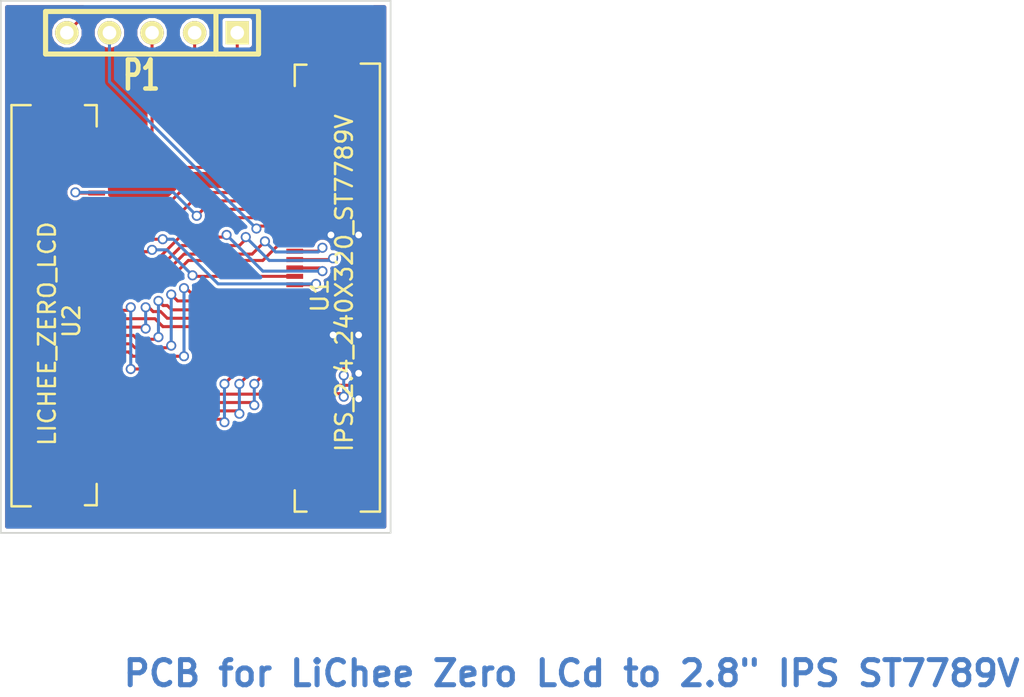
<source format=kicad_pcb>
(kicad_pcb (version 3) (host pcbnew "(22-Jun-2014 BZR 4027)-stable")

  (general
    (links 45)
    (no_connects 0)
    (area 301.574999 237.312999 362.489569 278.695)
    (thickness 1.6)
    (drawings 5)
    (tracks 251)
    (zones 0)
    (modules 3)
    (nets 28)
  )

  (page A3)
  (layers
    (15 F.Cu signal)
    (0 B.Cu signal)
    (16 B.Adhes user)
    (17 F.Adhes user)
    (18 B.Paste user)
    (19 F.Paste user)
    (20 B.SilkS user)
    (21 F.SilkS user)
    (22 B.Mask user)
    (23 F.Mask user)
    (24 Dwgs.User user)
    (25 Cmts.User user)
    (26 Eco1.User user)
    (27 Eco2.User user)
    (28 Edge.Cuts user)
  )

  (setup
    (last_trace_width 0.18)
    (trace_clearance 0.18)
    (zone_clearance 0.18)
    (zone_45_only no)
    (trace_min 0.18)
    (segment_width 0.2)
    (edge_width 0.1)
    (via_size 0.6)
    (via_drill 0.4)
    (via_min_size 0.6)
    (via_min_drill 0.4)
    (uvia_size 0.6)
    (uvia_drill 0.4)
    (uvias_allowed no)
    (uvia_min_size 0.6)
    (uvia_min_drill 0.4)
    (pcb_text_width 0.3)
    (pcb_text_size 1.5 1.5)
    (mod_edge_width 0.15)
    (mod_text_size 1 1)
    (mod_text_width 0.15)
    (pad_size 2 3)
    (pad_drill 0)
    (pad_to_mask_clearance 0)
    (aux_axis_origin 0 0)
    (visible_elements FFFFFFBF)
    (pcbplotparams
      (layerselection 536838145)
      (usegerberextensions true)
      (excludeedgelayer true)
      (linewidth 0.150000)
      (plotframeref false)
      (viasonmask false)
      (mode 1)
      (useauxorigin false)
      (hpglpennumber 1)
      (hpglpenspeed 20)
      (hpglpendiameter 15)
      (hpglpenoverlay 2)
      (psnegative false)
      (psa4output false)
      (plotreference true)
      (plotvalue true)
      (plotothertext true)
      (plotinvisibletext false)
      (padsonsilk false)
      (subtractmaskfromsilk false)
      (outputformat 1)
      (mirror false)
      (drillshape 0)
      (scaleselection 1)
      (outputdirectory gerber_20180627))
  )

  (net 0 "")
  (net 1 CS)
  (net 2 DB0)
  (net 3 DB1)
  (net 4 DB10)
  (net 5 DB11)
  (net 6 DB12)
  (net 7 DB13)
  (net 8 DB14)
  (net 9 DB15)
  (net 10 DB2)
  (net 11 DB3)
  (net 12 DB4)
  (net 13 DB5)
  (net 14 DB6)
  (net 15 DB7)
  (net 16 DB8)
  (net 17 DB9)
  (net 18 DEN)
  (net 19 GND)
  (net 20 HSYNC)
  (net 21 PCLK)
  (net 22 RESET)
  (net 23 SCL)
  (net 24 SDI)
  (net 25 SDO)
  (net 26 VCC)
  (net 27 VSYNC)

  (net_class Default "This is the default net class."
    (clearance 0.18)
    (trace_width 0.18)
    (via_dia 0.6)
    (via_drill 0.4)
    (uvia_dia 0.6)
    (uvia_drill 0.4)
    (add_net "")
    (add_net CS)
    (add_net DB0)
    (add_net DB1)
    (add_net DB10)
    (add_net DB11)
    (add_net DB12)
    (add_net DB13)
    (add_net DB14)
    (add_net DB15)
    (add_net DB2)
    (add_net DB3)
    (add_net DB4)
    (add_net DB5)
    (add_net DB6)
    (add_net DB7)
    (add_net DB8)
    (add_net DB9)
    (add_net DEN)
    (add_net GND)
    (add_net HSYNC)
    (add_net PCLK)
    (add_net RESET)
    (add_net SCL)
    (add_net SDI)
    (add_net SDO)
    (add_net VCC)
    (add_net VSYNC)
  )

  (module SIL-5 (layer F.Cu) (tedit 200000) (tstamp 5B34A9CA)
    (at 309.372 239.268 180)
    (descr "Connecteur 5 pins")
    (tags "CONN DEV")
    (path /5B34A6DA)
    (fp_text reference P1 (at -0.635 -2.54 180) (layer F.SilkS)
      (effects (font (size 1.72974 1.08712) (thickness 0.3048)))
    )
    (fp_text value CONN_01X05 (at 0 -2.54 180) (layer F.SilkS) hide
      (effects (font (size 1.524 1.016) (thickness 0.3048)))
    )
    (fp_line (start -7.62 1.27) (end -7.62 -1.27) (layer F.SilkS) (width 0.3048))
    (fp_line (start -7.62 -1.27) (end 5.08 -1.27) (layer F.SilkS) (width 0.3048))
    (fp_line (start 5.08 -1.27) (end 5.08 1.27) (layer F.SilkS) (width 0.3048))
    (fp_line (start 5.08 1.27) (end -7.62 1.27) (layer F.SilkS) (width 0.3048))
    (fp_line (start -5.08 1.27) (end -5.08 -1.27) (layer F.SilkS) (width 0.3048))
    (pad 1 thru_hole rect (at -6.35 0 180) (size 1.397 1.397) (drill 0.8128)
      (layers *.Cu *.Mask F.SilkS)
      (net 22 RESET)
    )
    (pad 2 thru_hole circle (at -3.81 0 180) (size 1.397 1.397) (drill 0.8128)
      (layers *.Cu *.Mask F.SilkS)
      (net 1 CS)
    )
    (pad 3 thru_hole circle (at -1.27 0 180) (size 1.397 1.397) (drill 0.8128)
      (layers *.Cu *.Mask F.SilkS)
      (net 23 SCL)
    )
    (pad 4 thru_hole circle (at 1.27 0 180) (size 1.397 1.397) (drill 0.8128)
      (layers *.Cu *.Mask F.SilkS)
      (net 24 SDI)
    )
    (pad 5 thru_hole circle (at 3.81 0 180) (size 1.397 1.397) (drill 0.8128)
      (layers *.Cu *.Mask F.SilkS)
      (net 25 SDO)
    )
  )

  (module MyFT_FPC_45_0.5mm (layer F.Cu) (tedit 5A4A2FAC) (tstamp 5B34AA04)
    (at 319.151 265.303 90)
    (descr "FPC 45Pin 0.5mm")
    (tags "FPC 45Pin 0.5mm")
    (path /5B349960)
    (fp_text reference U1 (at 10.35 1.5 90) (layer F.SilkS)
      (effects (font (size 1 1) (thickness 0.15)))
    )
    (fp_text value IPS_2.4_240X320_ST7789V (at 11.1 2.95 90) (layer F.SilkS)
      (effects (font (size 1 1) (thickness 0.15)))
    )
    (fp_line (start -2.54 3.937) (end -2.54 5.08) (layer F.SilkS) (width 0.15))
    (fp_line (start -2.54 5.08) (end 24.1935 5.08) (layer F.SilkS) (width 0.15))
    (fp_line (start 24.1935 5.08) (end 24.1935 3.937) (layer F.SilkS) (width 0.15))
    (fp_line (start 24.13 0.7) (end 24.13 0) (layer F.SilkS) (width 0.15))
    (fp_line (start 24.13 0) (end 22.86 0) (layer F.SilkS) (width 0.15))
    (fp_line (start -1.27 0) (end -2.54 0) (layer F.SilkS) (width 0.15))
    (fp_line (start -2.54 0) (end -2.54 0.7) (layer F.SilkS) (width 0.15))
    (pad 45 smd trapezoid (at 0 0 90) (size 0.3 1)
      (layers F.Cu F.Paste F.Mask)
      (net 19 GND)
    )
    (pad 44 smd trapezoid (at 0.5 0 90) (size 0.3 1)
      (layers F.Cu F.Paste F.Mask)
      (net 19 GND)
    )
    (pad 43 smd trapezoid (at 1 0 90) (size 0.3 1)
      (layers F.Cu F.Paste F.Mask)
      (net 19 GND)
    )
    (pad 42 smd trapezoid (at 1.5 0 90) (size 0.3 1)
      (layers F.Cu F.Paste F.Mask)
      (net 19 GND)
    )
    (pad 41 smd trapezoid (at 2 0 90) (size 0.3 1)
      (layers F.Cu F.Paste F.Mask)
      (net 19 GND)
    )
    (pad 40 smd trapezoid (at 2.5 0 90) (size 0.3 1)
      (layers F.Cu F.Paste F.Mask)
      (net 19 GND)
    )
    (pad 39 smd trapezoid (at 3 0 90) (size 0.3 1)
      (layers F.Cu F.Paste F.Mask)
      (net 19 GND)
    )
    (pad 38 smd trapezoid (at 3.5 0 90) (size 0.3 1)
      (layers F.Cu F.Paste F.Mask)
      (net 19 GND)
    )
    (pad 37 smd trapezoid (at 4 0 90) (size 0.3 1)
      (layers F.Cu F.Paste F.Mask)
      (net 19 GND)
    )
    (pad 36 smd trapezoid (at 4.5 0 90) (size 0.3 1)
      (layers F.Cu F.Paste F.Mask)
      (net 26 VCC)
    )
    (pad 35 smd trapezoid (at 5 0 90) (size 0.3 1)
      (layers F.Cu F.Paste F.Mask)
      (net 25 SDO)
    )
    (pad 34 smd trapezoid (at 5.5 0 90) (size 0.3 1)
      (layers F.Cu F.Paste F.Mask)
      (net 9 DB15)
    )
    (pad 33 smd trapezoid (at 6 0 90) (size 0.3 1)
      (layers F.Cu F.Paste F.Mask)
      (net 8 DB14)
    )
    (pad 32 smd trapezoid (at 6.5 0 90) (size 0.3 1)
      (layers F.Cu F.Paste F.Mask)
      (net 7 DB13)
    )
    (pad 31 smd trapezoid (at 7 0 90) (size 0.3 1)
      (layers F.Cu F.Paste F.Mask)
      (net 6 DB12)
    )
    (pad 30 smd trapezoid (at 7.5 0 90) (size 0.3 1)
      (layers F.Cu F.Paste F.Mask)
      (net 5 DB11)
    )
    (pad 29 smd trapezoid (at 8 0 90) (size 0.3 1)
      (layers F.Cu F.Paste F.Mask)
      (net 19 GND)
    )
    (pad 28 smd trapezoid (at 8.5 0 90) (size 0.3 1)
      (layers F.Cu F.Paste F.Mask)
      (net 4 DB10)
    )
    (pad 27 smd trapezoid (at 9 0 90) (size 0.3 1)
      (layers F.Cu F.Paste F.Mask)
      (net 17 DB9)
    )
    (pad 26 smd trapezoid (at 9.5 0 90) (size 0.3 1)
      (layers F.Cu F.Paste F.Mask)
      (net 16 DB8)
    )
    (pad 25 smd trapezoid (at 10 0 90) (size 0.3 1)
      (layers F.Cu F.Paste F.Mask)
      (net 15 DB7)
    )
    (pad 24 smd trapezoid (at 10.5 0 90) (size 0.3 1)
      (layers F.Cu F.Paste F.Mask)
      (net 14 DB6)
    )
    (pad 23 smd trapezoid (at 11 0 90) (size 0.3 1)
      (layers F.Cu F.Paste F.Mask)
      (net 13 DB5)
    )
    (pad 22 smd trapezoid (at 11.5 0 90) (size 0.3 1)
      (layers F.Cu F.Paste F.Mask)
      (net 12 DB4)
    )
    (pad 21 smd trapezoid (at 12 0 90) (size 0.3 1)
      (layers F.Cu F.Paste F.Mask)
      (net 11 DB3)
    )
    (pad 20 smd trapezoid (at 12.5 0 90) (size 0.3 1)
      (layers F.Cu F.Paste F.Mask)
      (net 10 DB2)
    )
    (pad 19 smd trapezoid (at 13 0 90) (size 0.3 1)
      (layers F.Cu F.Paste F.Mask)
      (net 3 DB1)
    )
    (pad 18 smd trapezoid (at 13.5 0 90) (size 0.3 1)
      (layers F.Cu F.Paste F.Mask)
      (net 2 DB0)
    )
    (pad 17 smd trapezoid (at 14 0 90) (size 0.3 1)
      (layers F.Cu F.Paste F.Mask)
      (net 19 GND)
    )
    (pad 16 smd trapezoid (at 14.5 0 90) (size 0.3 1)
      (layers F.Cu F.Paste F.Mask)
      (net 24 SDI)
    )
    (pad 15 smd trapezoid (at 15 0 90) (size 0.3 1)
      (layers F.Cu F.Paste F.Mask)
      (net 21 PCLK)
    )
    (pad 14 smd trapezoid (at 15.5 0 90) (size 0.3 1)
      (layers F.Cu F.Paste F.Mask)
      (net 18 DEN)
    )
    (pad 13 smd trapezoid (at 16 0 90) (size 0.3 1)
      (layers F.Cu F.Paste F.Mask)
      (net 20 HSYNC)
    )
    (pad 12 smd trapezoid (at 16.5 0 90) (size 0.3 1)
      (layers F.Cu F.Paste F.Mask)
      (net 27 VSYNC)
    )
    (pad 11 smd trapezoid (at 17 0 90) (size 0.3 1)
      (layers F.Cu F.Paste F.Mask)
      (net 26 VCC)
    )
    (pad 10 smd trapezoid (at 17.5 0 90) (size 0.3 1)
      (layers F.Cu F.Paste F.Mask)
      (net 26 VCC)
    )
    (pad 9 smd trapezoid (at 18 0 90) (size 0.3 1)
      (layers F.Cu F.Paste F.Mask)
      (net 23 SCL)
    )
    (pad 8 smd trapezoid (at 18.5 0 90) (size 0.3 1)
      (layers F.Cu F.Paste F.Mask)
      (net 1 CS)
    )
    (pad 7 smd trapezoid (at 19 0 90) (size 0.3 1)
      (layers F.Cu F.Paste F.Mask)
      (net 22 RESET)
    )
    (pad 6 smd trapezoid (at 19.5 0 90) (size 0.3 1)
      (layers F.Cu F.Paste F.Mask)
      (net 26 VCC)
    )
    (pad 5 smd trapezoid (at 20 0 90) (size 0.3 1)
      (layers F.Cu F.Paste F.Mask)
      (net 19 GND)
    )
    (pad 4 smd trapezoid (at 20.5 0 90) (size 0.3 1)
      (layers F.Cu F.Paste F.Mask)
      (net 26 VCC)
    )
    (pad 3 smd trapezoid (at 21 0 90) (size 0.3 1)
      (layers F.Cu F.Paste F.Mask)
      (net 26 VCC)
    )
    (pad 2 smd trapezoid (at 21.5 0 90) (size 0.3 1)
      (layers F.Cu F.Paste F.Mask)
      (net 26 VCC)
    )
    (pad 1 smd trapezoid (at 22 0 90) (size 0.3 1)
      (layers F.Cu F.Paste F.Mask)
      (net 19 GND)
    )
    (pad 46 smd trapezoid (at -2 2.3 90) (size 2 3)
      (layers F.Cu F.Paste F.Mask)
    )
    (pad 46 smd trapezoid (at 24 2.3 90) (size 2 3)
      (layers F.Cu F.Paste F.Mask)
    )
  )

  (module MyFT_FPC_40_0.5mm (layer F.Cu) (tedit 5B349FB9) (tstamp 5B34AA39)
    (at 307.34 246.126 270)
    (descr "FPC 40Pin 0.5mm")
    (tags "FPC 40Pin 0.5mm")
    (path /5B34A5E1)
    (fp_text reference U2 (at 10.35 1.5 270) (layer F.SilkS)
      (effects (font (size 1 1) (thickness 0.15)))
    )
    (fp_text value LICHEE_ZERO_LCD (at 11.1 2.95 270) (layer F.SilkS)
      (effects (font (size 1 1) (thickness 0.15)))
    )
    (fp_line (start -2.54 5.08) (end 21.336 5.08) (layer F.SilkS) (width 0.15))
    (fp_line (start -2.54 3.937) (end -2.54 5.08) (layer F.SilkS) (width 0.15))
    (fp_line (start 21.3995 5.08) (end 21.3995 3.937) (layer F.SilkS) (width 0.15))
    (fp_line (start 21.336 0.7) (end 21.336 0) (layer F.SilkS) (width 0.15))
    (fp_line (start 21.336 0) (end 20.066 0) (layer F.SilkS) (width 0.15))
    (fp_line (start -1.27 0) (end -2.54 0) (layer F.SilkS) (width 0.15))
    (fp_line (start -2.54 0) (end -2.54 0.7) (layer F.SilkS) (width 0.15))
    (pad 40 smd trapezoid (at -0.294 0 270) (size 0.3 1)
      (layers F.Cu F.Paste F.Mask)
    )
    (pad 39 smd trapezoid (at 0.206 0 270) (size 0.3 1)
      (layers F.Cu F.Paste F.Mask)
    )
    (pad 38 smd trapezoid (at 0.706 0 270) (size 0.3 1)
      (layers F.Cu F.Paste F.Mask)
    )
    (pad 37 smd trapezoid (at 1.206 0 270) (size 0.3 1)
      (layers F.Cu F.Paste F.Mask)
    )
    (pad 36 smd trapezoid (at 1.706 0 270) (size 0.3 1)
      (layers F.Cu F.Paste F.Mask)
    )
    (pad 35 smd trapezoid (at 2.206 0 270) (size 0.3 1)
      (layers F.Cu F.Paste F.Mask)
    )
    (pad 34 smd trapezoid (at 2.706 0 270) (size 0.3 1)
      (layers F.Cu F.Paste F.Mask)
      (net 18 DEN)
    )
    (pad 33 smd trapezoid (at 3.206 0 270) (size 0.3 1)
      (layers F.Cu F.Paste F.Mask)
      (net 27 VSYNC)
    )
    (pad 32 smd trapezoid (at 3.706 0 270) (size 0.3 1)
      (layers F.Cu F.Paste F.Mask)
      (net 20 HSYNC)
    )
    (pad 31 smd trapezoid (at 4.206 0 270) (size 0.3 1)
      (layers F.Cu F.Paste F.Mask)
    )
    (pad 30 smd trapezoid (at 4.706 0 270) (size 0.3 1)
      (layers F.Cu F.Paste F.Mask)
      (net 21 PCLK)
    )
    (pad 29 smd trapezoid (at 5.206 0 270) (size 0.3 1)
      (layers F.Cu F.Paste F.Mask)
    )
    (pad 28 smd trapezoid (at 5.706 0 270) (size 0.3 1)
      (layers F.Cu F.Paste F.Mask)
      (net 13 DB5)
    )
    (pad 27 smd trapezoid (at 6.206 0 270) (size 0.3 1)
      (layers F.Cu F.Paste F.Mask)
      (net 12 DB4)
    )
    (pad 26 smd trapezoid (at 6.706 0 270) (size 0.3 1)
      (layers F.Cu F.Paste F.Mask)
      (net 11 DB3)
    )
    (pad 25 smd trapezoid (at 7.206 0 270) (size 0.3 1)
      (layers F.Cu F.Paste F.Mask)
      (net 10 DB2)
    )
    (pad 24 smd trapezoid (at 7.706 0 270) (size 0.3 1)
      (layers F.Cu F.Paste F.Mask)
      (net 3 DB1)
    )
    (pad 23 smd trapezoid (at 8.206 0 270) (size 0.3 1)
      (layers F.Cu F.Paste F.Mask)
      (net 2 DB0)
    )
    (pad 22 smd trapezoid (at 8.706 0 270) (size 0.3 1)
      (layers F.Cu F.Paste F.Mask)
    )
    (pad 21 smd trapezoid (at 9.206 0 270) (size 0.3 1)
      (layers F.Cu F.Paste F.Mask)
    )
    (pad 20 smd trapezoid (at 9.706 0 270) (size 0.3 1)
      (layers F.Cu F.Paste F.Mask)
      (net 5 DB11)
    )
    (pad 19 smd trapezoid (at 10.206 0 270) (size 0.3 1)
      (layers F.Cu F.Paste F.Mask)
      (net 4 DB10)
    )
    (pad 18 smd trapezoid (at 10.706 0 270) (size 0.3 1)
      (layers F.Cu F.Paste F.Mask)
      (net 17 DB9)
    )
    (pad 17 smd trapezoid (at 11.206 0 270) (size 0.3 1)
      (layers F.Cu F.Paste F.Mask)
      (net 16 DB8)
    )
    (pad 16 smd trapezoid (at 11.706 0 270) (size 0.3 1)
      (layers F.Cu F.Paste F.Mask)
      (net 15 DB7)
    )
    (pad 15 smd trapezoid (at 12.206 0 270) (size 0.3 1)
      (layers F.Cu F.Paste F.Mask)
      (net 14 DB6)
    )
    (pad 14 smd trapezoid (at 12.706 0 270) (size 0.3 1)
      (layers F.Cu F.Paste F.Mask)
    )
    (pad 13 smd trapezoid (at 13.206 0 270) (size 0.3 1)
      (layers F.Cu F.Paste F.Mask)
    )
    (pad 12 smd trapezoid (at 13.706 0 270) (size 0.3 1)
      (layers F.Cu F.Paste F.Mask)
    )
    (pad 11 smd trapezoid (at 14.206 0 270) (size 0.3 1)
      (layers F.Cu F.Paste F.Mask)
    )
    (pad 10 smd trapezoid (at 14.706 0 270) (size 0.3 1)
      (layers F.Cu F.Paste F.Mask)
      (net 9 DB15)
    )
    (pad 9 smd trapezoid (at 15.206 0 270) (size 0.3 1)
      (layers F.Cu F.Paste F.Mask)
      (net 8 DB14)
    )
    (pad 8 smd trapezoid (at 15.706 0 270) (size 0.3 1)
      (layers F.Cu F.Paste F.Mask)
      (net 7 DB13)
    )
    (pad 7 smd trapezoid (at 16.206 0 270) (size 0.3 1)
      (layers F.Cu F.Paste F.Mask)
      (net 6 DB12)
    )
    (pad 6 smd trapezoid (at 16.706 0 270) (size 0.3 1)
      (layers F.Cu F.Paste F.Mask)
    )
    (pad 5 smd trapezoid (at 17.206 0 270) (size 0.3 1)
      (layers F.Cu F.Paste F.Mask)
    )
    (pad 4 smd trapezoid (at 17.706 0 270) (size 0.3 1)
      (layers F.Cu F.Paste F.Mask)
      (net 26 VCC)
    )
    (pad 3 smd trapezoid (at 18.206 0 270) (size 0.3 1)
      (layers F.Cu F.Paste F.Mask)
      (net 19 GND)
    )
    (pad 2 smd trapezoid (at 18.706 0 270) (size 0.3 1)
      (layers F.Cu F.Paste F.Mask)
    )
    (pad 1 smd trapezoid (at 19.206 0 270) (size 0.3 1)
      (layers F.Cu F.Paste F.Mask)
    )
    (pad 41 smd trapezoid (at -2.286 2.286 270) (size 2 3)
      (layers F.Cu F.Paste F.Mask)
    )
    (pad 41 smd trapezoid (at 21.206 2.3 270) (size 2 3)
      (layers F.Cu F.Paste F.Mask)
    )
  )

  (gr_line (start 301.625 237.363) (end 301.625 269.113) (angle 90) (layer Edge.Cuts) (width 0.1))
  (gr_line (start 324.866 237.363) (end 301.625 237.363) (angle 90) (layer Edge.Cuts) (width 0.1))
  (gr_line (start 324.866 269.113) (end 324.866 237.363) (angle 90) (layer Edge.Cuts) (width 0.1))
  (gr_line (start 301.625 269.113) (end 324.866 269.113) (angle 90) (layer Edge.Cuts) (width 0.1))
  (gr_text "PCB for LiChee Zero LCd to 2.8\" IPS ST7789V" (at 335.661 277.495) (layer B.Cu)
    (effects (font (size 1.5 1.5) (thickness 0.3)))
  )

  (segment (start 314.24 246.803) (end 313.351 246.803) (width 0.18) (layer F.Cu) (net 1))
  (segment (start 313.182 239.268) (end 313.182 245.745) (width 0.18) (layer F.Cu) (net 1) (tstamp 5B34AF9C))
  (segment (start 314.24 246.803) (end 319.151 246.803) (width 0.18) (layer F.Cu) (net 1))
  (segment (start 313.182 246.634) (end 313.182 245.745) (width 0.18) (layer F.Cu) (net 1) (tstamp 5B34B053))
  (segment (start 313.351 246.803) (end 313.182 246.634) (width 0.18) (layer F.Cu) (net 1) (tstamp 5B34B051))
  (segment (start 312.801 252.857) (end 317.246 252.857) (width 0.18) (layer F.Cu) (net 2))
  (segment (start 317.246 252.857) (end 318.3 251.803) (width 0.18) (layer F.Cu) (net 2) (tstamp 5B34ADCC))
  (segment (start 307.34 254.332) (end 311.326 254.332) (width 0.18) (layer F.Cu) (net 2))
  (segment (start 318.3 251.803) (end 319.151 251.803) (width 0.18) (layer F.Cu) (net 2) (tstamp 5B34ADD0))
  (segment (start 311.326 254.332) (end 312.801 252.857) (width 0.18) (layer F.Cu) (net 2) (tstamp 5B34AD10))
  (segment (start 316.484 252.476) (end 316.611 252.476) (width 0.18) (layer F.Cu) (net 3))
  (segment (start 311.191 253.832) (end 312.547 252.476) (width 0.18) (layer F.Cu) (net 3) (tstamp 5B34AD21))
  (segment (start 307.34 253.832) (end 311.191 253.832) (width 0.18) (layer F.Cu) (net 3))
  (segment (start 316.484 252.476) (end 312.547 252.476) (width 0.18) (layer F.Cu) (net 3) (tstamp 5B34AEB6))
  (segment (start 320.594 252.303) (end 319.151 252.303) (width 0.18) (layer F.Cu) (net 3) (tstamp 5B34AED0))
  (segment (start 320.802 252.095) (end 320.594 252.303) (width 0.18) (layer F.Cu) (net 3) (tstamp 5B34AECF))
  (via (at 320.802 252.095) (size 0.6) (layers F.Cu B.Cu) (net 3))
  (segment (start 320.548 252.349) (end 320.802 252.095) (width 0.18) (layer B.Cu) (net 3) (tstamp 5B34AECB))
  (segment (start 318.008 252.349) (end 320.548 252.349) (width 0.18) (layer B.Cu) (net 3) (tstamp 5B34AEC7))
  (segment (start 317.373 251.714) (end 318.008 252.349) (width 0.18) (layer B.Cu) (net 3) (tstamp 5B34AEC6))
  (via (at 317.373 251.714) (size 0.6) (layers F.Cu B.Cu) (net 3))
  (segment (start 316.611 252.476) (end 317.373 251.714) (width 0.18) (layer F.Cu) (net 3) (tstamp 5B34AEC4))
  (segment (start 310.769 256.332) (end 310.815 256.332) (width 0.18) (layer F.Cu) (net 4))
  (segment (start 311.286 256.803) (end 319.151 256.803) (width 0.18) (layer F.Cu) (net 4) (tstamp 5B34AF2C))
  (segment (start 310.815 256.332) (end 311.286 256.803) (width 0.18) (layer F.Cu) (net 4) (tstamp 5B34AF2A))
  (segment (start 307.34 256.332) (end 310.769 256.332) (width 0.18) (layer F.Cu) (net 4))
  (segment (start 307.34 255.832) (end 309.191 255.832) (width 0.18) (layer F.Cu) (net 5))
  (segment (start 314.967 257.803) (end 319.151 257.803) (width 0.18) (layer F.Cu) (net 5) (tstamp 5B34ACC3))
  (segment (start 313.436 259.334) (end 314.967 257.803) (width 0.18) (layer F.Cu) (net 5) (tstamp 5B34ACC2))
  (segment (start 309.372 259.334) (end 313.436 259.334) (width 0.18) (layer F.Cu) (net 5) (tstamp 5B34ACC1))
  (via (at 309.372 259.334) (size 0.6) (layers F.Cu B.Cu) (net 5))
  (segment (start 309.372 255.651) (end 309.372 259.334) (width 0.18) (layer B.Cu) (net 5) (tstamp 5B34ACBD))
  (via (at 309.372 255.651) (size 0.6) (layers F.Cu B.Cu) (net 5))
  (segment (start 309.191 255.832) (end 309.372 255.651) (width 0.18) (layer F.Cu) (net 5) (tstamp 5B34ACB8))
  (segment (start 319.151 258.303) (end 316.88 258.303) (width 0.18) (layer F.Cu) (net 6))
  (segment (start 314.783 262.332) (end 307.34 262.332) (width 0.18) (layer F.Cu) (net 6) (tstamp 5B34ABDF))
  (segment (start 314.96 262.509) (end 314.783 262.332) (width 0.18) (layer F.Cu) (net 6) (tstamp 5B34ABDE))
  (via (at 314.96 262.509) (size 0.6) (layers F.Cu B.Cu) (net 6))
  (segment (start 314.96 260.223) (end 314.96 262.509) (width 0.18) (layer B.Cu) (net 6) (tstamp 5B34ABDB))
  (via (at 314.96 260.223) (size 0.6) (layers F.Cu B.Cu) (net 6))
  (segment (start 316.88 258.303) (end 314.96 260.223) (width 0.18) (layer F.Cu) (net 6) (tstamp 5B34ABD8))
  (segment (start 319.151 258.803) (end 317.269 258.803) (width 0.18) (layer F.Cu) (net 7))
  (segment (start 315.68 261.832) (end 307.34 261.832) (width 0.18) (layer F.Cu) (net 7) (tstamp 5B34ABD5))
  (segment (start 315.849 262.001) (end 315.68 261.832) (width 0.18) (layer F.Cu) (net 7) (tstamp 5B34ABD4))
  (via (at 315.849 262.001) (size 0.6) (layers F.Cu B.Cu) (net 7))
  (segment (start 315.849 260.223) (end 315.849 262.001) (width 0.18) (layer B.Cu) (net 7) (tstamp 5B34ABD1))
  (via (at 315.849 260.223) (size 0.6) (layers F.Cu B.Cu) (net 7))
  (segment (start 317.269 258.803) (end 315.849 260.223) (width 0.18) (layer F.Cu) (net 7) (tstamp 5B34ABCB))
  (segment (start 319.151 259.303) (end 317.658 259.303) (width 0.18) (layer F.Cu) (net 8))
  (segment (start 316.577 261.332) (end 307.34 261.332) (width 0.18) (layer F.Cu) (net 8) (tstamp 5B34ABC8))
  (segment (start 316.738 261.493) (end 316.577 261.332) (width 0.18) (layer F.Cu) (net 8) (tstamp 5B34ABC7))
  (via (at 316.738 261.493) (size 0.6) (layers F.Cu B.Cu) (net 8))
  (segment (start 316.738 260.223) (end 316.738 261.493) (width 0.18) (layer B.Cu) (net 8) (tstamp 5B34ABC4))
  (via (at 316.738 260.223) (size 0.6) (layers F.Cu B.Cu) (net 8))
  (segment (start 317.658 259.303) (end 316.738 260.223) (width 0.18) (layer F.Cu) (net 8) (tstamp 5B34ABC0))
  (segment (start 319.151 259.803) (end 318.047 259.803) (width 0.18) (layer F.Cu) (net 9))
  (segment (start 317.018 260.832) (end 307.34 260.832) (width 0.18) (layer F.Cu) (net 9) (tstamp 5B34ABBC))
  (segment (start 318.047 259.803) (end 317.018 260.832) (width 0.18) (layer F.Cu) (net 9) (tstamp 5B34ABB1))
  (segment (start 316.23 251.46) (end 316.23 251.587) (width 0.18) (layer F.Cu) (net 10))
  (segment (start 316.23 251.587) (end 315.849 251.968) (width 0.18) (layer F.Cu) (net 10) (tstamp 5B34AEA7))
  (segment (start 321.364 252.803) (end 319.151 252.803) (width 0.18) (layer F.Cu) (net 10) (tstamp 5B34AE50))
  (segment (start 321.437 252.73) (end 321.364 252.803) (width 0.18) (layer F.Cu) (net 10) (tstamp 5B34AE4F))
  (via (at 321.437 252.73) (size 0.6) (layers F.Cu B.Cu) (net 10))
  (segment (start 321.31 252.857) (end 321.437 252.73) (width 0.18) (layer B.Cu) (net 10) (tstamp 5B34AE4C))
  (segment (start 317.627 252.857) (end 321.31 252.857) (width 0.18) (layer B.Cu) (net 10) (tstamp 5B34AE45))
  (segment (start 316.23 251.46) (end 317.627 252.857) (width 0.18) (layer B.Cu) (net 10) (tstamp 5B34AE44))
  (via (at 316.23 251.46) (size 0.6) (layers F.Cu B.Cu) (net 10))
  (segment (start 316.357 251.587) (end 316.23 251.46) (width 0.18) (layer F.Cu) (net 10) (tstamp 5B34AE3E))
  (segment (start 315.849 251.968) (end 312.42 251.968) (width 0.18) (layer F.Cu) (net 10) (tstamp 5B34AEAC))
  (segment (start 311.056 253.332) (end 312.42 251.968) (width 0.18) (layer F.Cu) (net 10) (tstamp 5B34AD45))
  (segment (start 307.34 253.332) (end 311.056 253.332) (width 0.18) (layer F.Cu) (net 10))
  (segment (start 314.96 251.46) (end 315.087 251.333) (width 0.18) (layer F.Cu) (net 11))
  (segment (start 320.613 253.303) (end 319.151 253.303) (width 0.18) (layer F.Cu) (net 11) (tstamp 5B34AE2E))
  (segment (start 320.802 253.492) (end 320.613 253.303) (width 0.18) (layer F.Cu) (net 11) (tstamp 5B34AE2D))
  (via (at 320.802 253.492) (size 0.6) (layers F.Cu B.Cu) (net 11))
  (segment (start 317.246 253.492) (end 320.802 253.492) (width 0.18) (layer B.Cu) (net 11) (tstamp 5B34AE25))
  (segment (start 315.087 251.333) (end 317.246 253.492) (width 0.18) (layer B.Cu) (net 11) (tstamp 5B34AE24))
  (via (at 315.087 251.333) (size 0.6) (layers F.Cu B.Cu) (net 11))
  (segment (start 314.96 251.46) (end 312.293 251.46) (width 0.18) (layer F.Cu) (net 11) (tstamp 5B34AE1F))
  (segment (start 307.34 252.832) (end 310.921 252.832) (width 0.18) (layer F.Cu) (net 11))
  (segment (start 310.921 252.832) (end 312.293 251.46) (width 0.18) (layer F.Cu) (net 11) (tstamp 5B34AD6B))
  (segment (start 313.563 253.803) (end 313.112 253.803) (width 0.18) (layer F.Cu) (net 12))
  (segment (start 310.642 252.222) (end 310.532 252.332) (width 0.18) (layer F.Cu) (net 12) (tstamp 5B34AEE7))
  (via (at 310.642 252.222) (size 0.6) (layers F.Cu B.Cu) (net 12))
  (segment (start 311.531 252.222) (end 310.642 252.222) (width 0.18) (layer B.Cu) (net 12) (tstamp 5B34AEE3))
  (segment (start 313.055 253.746) (end 311.531 252.222) (width 0.18) (layer B.Cu) (net 12) (tstamp 5B34AEE2))
  (via (at 313.055 253.746) (size 0.6) (layers F.Cu B.Cu) (net 12))
  (segment (start 313.112 253.803) (end 313.055 253.746) (width 0.18) (layer F.Cu) (net 12) (tstamp 5B34AEDF))
  (segment (start 310.532 252.332) (end 307.34 252.332) (width 0.18) (layer F.Cu) (net 12) (tstamp 5B34AEE8))
  (segment (start 307.34 252.332) (end 310.532 252.332) (width 0.18) (layer F.Cu) (net 12))
  (segment (start 313.493 253.803) (end 313.563 253.803) (width 0.18) (layer F.Cu) (net 12) (tstamp 5B34AD95))
  (segment (start 313.563 253.803) (end 319.151 253.803) (width 0.18) (layer F.Cu) (net 12) (tstamp 5B34AEDD))
  (segment (start 307.34 251.832) (end 310.016 251.832) (width 0.18) (layer F.Cu) (net 13))
  (segment (start 320.372 254.303) (end 319.151 254.303) (width 0.18) (layer F.Cu) (net 13) (tstamp 5B34AF12))
  (segment (start 320.421 254.254) (end 320.372 254.303) (width 0.18) (layer F.Cu) (net 13) (tstamp 5B34AF11))
  (via (at 320.421 254.254) (size 0.6) (layers F.Cu B.Cu) (net 13))
  (segment (start 314.579 254.254) (end 320.421 254.254) (width 0.18) (layer B.Cu) (net 13) (tstamp 5B34AF06))
  (segment (start 311.912 251.587) (end 314.579 254.254) (width 0.18) (layer B.Cu) (net 13) (tstamp 5B34AF00))
  (segment (start 311.658 251.587) (end 311.912 251.587) (width 0.18) (layer B.Cu) (net 13) (tstamp 5B34AEFF))
  (segment (start 311.277 251.587) (end 311.658 251.587) (width 0.18) (layer B.Cu) (net 13) (tstamp 5B34AEFE))
  (via (at 311.277 251.587) (size 0.6) (layers F.Cu B.Cu) (net 13))
  (segment (start 310.261 251.587) (end 311.277 251.587) (width 0.18) (layer F.Cu) (net 13) (tstamp 5B34AEFA))
  (segment (start 310.016 251.832) (end 310.261 251.587) (width 0.18) (layer F.Cu) (net 13) (tstamp 5B34AEF8))
  (segment (start 312.547 254.508) (end 312.674 254.508) (width 0.18) (layer F.Cu) (net 14))
  (via (at 312.547 254.508) (size 0.6) (layers F.Cu B.Cu) (net 14))
  (segment (start 312.547 254.508) (end 312.547 258.572) (width 0.18) (layer B.Cu) (net 14) (tstamp 5B34ACAD))
  (via (at 312.547 258.572) (size 0.6) (layers F.Cu B.Cu) (net 14))
  (segment (start 312.547 258.572) (end 309.499 258.572) (width 0.18) (layer F.Cu) (net 14) (tstamp 5B34ACB1))
  (segment (start 309.499 258.572) (end 309.245 258.318) (width 0.18) (layer F.Cu) (net 14) (tstamp 5B34ACB2))
  (segment (start 309.245 258.318) (end 307.354 258.318) (width 0.18) (layer F.Cu) (net 14) (tstamp 5B34ACB3))
  (segment (start 307.34 258.332) (end 307.354 258.318) (width 0.18) (layer F.Cu) (net 14) (tstamp 5B34ACB4))
  (segment (start 312.969 254.803) (end 319.151 254.803) (width 0.18) (layer F.Cu) (net 14) (tstamp 5B34AF70))
  (segment (start 312.674 254.508) (end 312.969 254.803) (width 0.18) (layer F.Cu) (net 14) (tstamp 5B34AF6D))
  (segment (start 311.785 254.889) (end 312.166 255.27) (width 0.18) (layer F.Cu) (net 15))
  (via (at 311.785 254.889) (size 0.6) (layers F.Cu B.Cu) (net 15))
  (segment (start 311.785 254.889) (end 311.785 257.937) (width 0.18) (layer B.Cu) (net 15) (tstamp 5B34AC8E))
  (via (at 311.785 257.937) (size 0.6) (layers F.Cu B.Cu) (net 15))
  (segment (start 311.785 257.937) (end 311.658 258.064) (width 0.18) (layer F.Cu) (net 15) (tstamp 5B34AC94))
  (segment (start 311.658 258.064) (end 309.626 258.064) (width 0.18) (layer F.Cu) (net 15) (tstamp 5B34AC95))
  (segment (start 309.626 258.064) (end 309.394 257.832) (width 0.18) (layer F.Cu) (net 15) (tstamp 5B34AC96))
  (segment (start 307.34 257.832) (end 309.394 257.832) (width 0.18) (layer F.Cu) (net 15) (tstamp 5B34AC97))
  (segment (start 319.118 255.27) (end 319.151 255.303) (width 0.18) (layer F.Cu) (net 15) (tstamp 5B34AF61))
  (segment (start 312.166 255.27) (end 319.118 255.27) (width 0.18) (layer F.Cu) (net 15) (tstamp 5B34AF60))
  (segment (start 311.297998 255.544998) (end 311.551998 255.544998) (width 0.18) (layer F.Cu) (net 16))
  (segment (start 311.297998 255.544998) (end 311.023 255.27) (width 0.18) (layer F.Cu) (net 16) (tstamp 5B34AC6C))
  (via (at 311.023 255.27) (size 0.6) (layers F.Cu B.Cu) (net 16))
  (segment (start 311.023 255.27) (end 311.023 257.429) (width 0.18) (layer B.Cu) (net 16) (tstamp 5B34AC70))
  (via (at 311.023 257.429) (size 0.6) (layers F.Cu B.Cu) (net 16))
  (segment (start 311.023 257.429) (end 310.896 257.556) (width 0.18) (layer F.Cu) (net 16) (tstamp 5B34AC78))
  (segment (start 310.896 257.556) (end 309.753 257.556) (width 0.18) (layer F.Cu) (net 16) (tstamp 5B34AC79))
  (segment (start 309.753 257.556) (end 309.529 257.332) (width 0.18) (layer F.Cu) (net 16) (tstamp 5B34AC7A))
  (segment (start 307.34 257.332) (end 309.529 257.332) (width 0.18) (layer F.Cu) (net 16) (tstamp 5B34AC7B))
  (segment (start 311.81 255.803) (end 319.151 255.803) (width 0.18) (layer F.Cu) (net 16) (tstamp 5B34AF57))
  (segment (start 311.551998 255.544998) (end 311.81 255.803) (width 0.18) (layer F.Cu) (net 16) (tstamp 5B34AF56))
  (segment (start 310.261 255.651) (end 310.448002 255.651) (width 0.18) (layer F.Cu) (net 17))
  (segment (start 307.34 256.832) (end 310.172 256.832) (width 0.18) (layer F.Cu) (net 17) (tstamp 5B34AC17))
  (segment (start 310.261 256.921) (end 310.172 256.832) (width 0.18) (layer F.Cu) (net 17) (tstamp 5B34AC16))
  (via (at 310.261 256.921) (size 0.6) (layers F.Cu B.Cu) (net 17))
  (segment (start 310.261 255.651) (end 310.261 256.921) (width 0.18) (layer B.Cu) (net 17) (tstamp 5B34AC12))
  (via (at 310.261 255.651) (size 0.6) (layers F.Cu B.Cu) (net 17))
  (segment (start 311.548 256.303) (end 319.151 256.303) (width 0.18) (layer F.Cu) (net 17) (tstamp 5B34AF4B))
  (segment (start 311.15 255.905) (end 311.548 256.303) (width 0.18) (layer F.Cu) (net 17) (tstamp 5B34AF49))
  (segment (start 310.702002 255.905) (end 311.15 255.905) (width 0.18) (layer F.Cu) (net 17) (tstamp 5B34AF46))
  (segment (start 310.448002 255.651) (end 310.702002 255.905) (width 0.18) (layer F.Cu) (net 17) (tstamp 5B34AF42))
  (segment (start 319.151 249.803) (end 313.696 249.803) (width 0.18) (layer F.Cu) (net 18))
  (segment (start 306.109 248.832) (end 307.34 248.832) (width 0.18) (layer F.Cu) (net 18) (tstamp 5B34AF94))
  (segment (start 306.07 248.793) (end 306.109 248.832) (width 0.18) (layer F.Cu) (net 18) (tstamp 5B34AF93))
  (via (at 306.07 248.793) (size 0.6) (layers F.Cu B.Cu) (net 18))
  (segment (start 311.912 248.793) (end 306.07 248.793) (width 0.18) (layer B.Cu) (net 18) (tstamp 5B34AF89))
  (segment (start 313.309 250.19) (end 311.912 248.793) (width 0.18) (layer B.Cu) (net 18) (tstamp 5B34AF88))
  (via (at 313.309 250.19) (size 0.6) (layers F.Cu B.Cu) (net 18))
  (segment (start 313.696 249.803) (end 313.309 250.19) (width 0.18) (layer F.Cu) (net 18) (tstamp 5B34AF84))
  (segment (start 320.421 245.303) (end 320.421 244.983) (width 0.18) (layer F.Cu) (net 19))
  (segment (start 320.138 243.303) (end 320.421 243.586) (width 0.18) (layer F.Cu) (net 19) (tstamp 5B34AFF4))
  (segment (start 320.421 243.586) (end 320.421 244.983) (width 0.18) (layer F.Cu) (net 19) (tstamp 5B34AFF7))
  (segment (start 320.138 243.303) (end 319.151 243.303) (width 0.18) (layer F.Cu) (net 19))
  (segment (start 320.421 245.303) (end 320.421 245.237) (width 0.18) (layer F.Cu) (net 19) (tstamp 5B34B062))
  (segment (start 320.421 245.237) (end 320.421 245.303) (width 0.18) (layer F.Cu) (net 19) (tstamp 5B34B064))
  (via (at 322.961 257.302) (size 0.6) (layers F.Cu B.Cu) (net 19))
  (segment (start 319.151 257.303) (end 321.436 257.303) (width 0.18) (layer F.Cu) (net 19))
  (segment (start 321.437 257.302) (end 322.961 257.302) (width 0.18) (layer B.Cu) (net 19) (tstamp 5B34B047))
  (via (at 321.437 257.302) (size 0.6) (layers F.Cu B.Cu) (net 19))
  (segment (start 321.436 257.303) (end 321.437 257.302) (width 0.18) (layer F.Cu) (net 19) (tstamp 5B34B044))
  (segment (start 319.151 251.303) (end 321.28 251.303) (width 0.18) (layer F.Cu) (net 19))
  (via (at 322.961 251.333) (size 0.6) (layers F.Cu B.Cu) (net 19))
  (segment (start 321.31 251.333) (end 322.961 251.333) (width 0.18) (layer B.Cu) (net 19) (tstamp 5B34B03D))
  (via (at 321.31 251.333) (size 0.6) (layers F.Cu B.Cu) (net 19))
  (segment (start 321.28 251.303) (end 321.31 251.333) (width 0.18) (layer F.Cu) (net 19) (tstamp 5B34B037))
  (segment (start 320.04 245.303) (end 320.421 245.303) (width 0.18) (layer F.Cu) (net 19))
  (segment (start 320.421 245.303) (end 322.646 245.303) (width 0.18) (layer F.Cu) (net 19) (tstamp 5B34B065))
  (segment (start 321.77 262.303) (end 319.151 262.303) (width 0.18) (layer F.Cu) (net 19) (tstamp 5B34B030))
  (segment (start 322.961 261.112) (end 321.77 262.303) (width 0.18) (layer F.Cu) (net 19) (tstamp 5B34B02F))
  (via (at 322.961 261.112) (size 0.6) (layers F.Cu B.Cu) (net 19))
  (segment (start 322.961 259.588) (end 322.961 261.112) (width 0.18) (layer B.Cu) (net 19) (tstamp 5B34B029))
  (via (at 322.961 259.588) (size 0.6) (layers F.Cu B.Cu) (net 19))
  (segment (start 322.961 245.618) (end 322.961 251.333) (width 0.18) (layer F.Cu) (net 19) (tstamp 5B34B023))
  (segment (start 322.961 251.333) (end 322.961 257.302) (width 0.18) (layer F.Cu) (net 19) (tstamp 5B34B042))
  (segment (start 322.961 257.302) (end 322.961 259.588) (width 0.18) (layer F.Cu) (net 19) (tstamp 5B34B04D))
  (segment (start 322.646 245.303) (end 322.961 245.618) (width 0.18) (layer F.Cu) (net 19) (tstamp 5B34B022))
  (segment (start 320.101 245.303) (end 320.04 245.303) (width 0.18) (layer F.Cu) (net 19) (tstamp 5B34AFFA))
  (segment (start 320.04 245.303) (end 319.151 245.303) (width 0.18) (layer F.Cu) (net 19) (tstamp 5B34B020))
  (segment (start 307.34 264.332) (end 319.122 264.332) (width 0.18) (layer F.Cu) (net 19))
  (segment (start 319.122 264.332) (end 319.151 264.303) (width 0.18) (layer F.Cu) (net 19) (tstamp 5B34AB50))
  (segment (start 319.151 261.303) (end 319.151 261.803) (width 0.18) (layer F.Cu) (net 19))
  (segment (start 319.151 261.803) (end 319.151 262.303) (width 0.18) (layer F.Cu) (net 19) (tstamp 5B34AB47))
  (segment (start 319.151 262.303) (end 319.151 262.803) (width 0.18) (layer F.Cu) (net 19) (tstamp 5B34AB48))
  (segment (start 319.151 262.803) (end 319.151 263.303) (width 0.18) (layer F.Cu) (net 19) (tstamp 5B34AB49))
  (segment (start 319.151 263.303) (end 319.151 263.803) (width 0.18) (layer F.Cu) (net 19) (tstamp 5B34AB4A))
  (segment (start 319.151 263.803) (end 319.151 264.303) (width 0.18) (layer F.Cu) (net 19) (tstamp 5B34AB4B))
  (segment (start 319.151 264.303) (end 319.151 264.803) (width 0.18) (layer F.Cu) (net 19) (tstamp 5B34AB4C))
  (segment (start 319.151 264.803) (end 319.151 265.303) (width 0.18) (layer F.Cu) (net 19) (tstamp 5B34AB4D))
  (segment (start 307.34 249.832) (end 312.524 249.832) (width 0.18) (layer F.Cu) (net 20))
  (segment (start 313.053 249.303) (end 319.151 249.303) (width 0.18) (layer F.Cu) (net 20) (tstamp 5B34AF81))
  (segment (start 312.524 249.832) (end 313.053 249.303) (width 0.18) (layer F.Cu) (net 20) (tstamp 5B34AF7D))
  (segment (start 307.34 250.832) (end 314.064 250.832) (width 0.18) (layer F.Cu) (net 21))
  (segment (start 314.593 250.303) (end 319.151 250.303) (width 0.18) (layer F.Cu) (net 21) (tstamp 5B34AF79))
  (segment (start 314.064 250.832) (end 314.593 250.303) (width 0.18) (layer F.Cu) (net 21) (tstamp 5B34AF76))
  (segment (start 316.28 246.303) (end 315.899 246.303) (width 0.18) (layer F.Cu) (net 22))
  (segment (start 315.722 239.268) (end 315.722 245.745) (width 0.18) (layer F.Cu) (net 22) (tstamp 5B34B137))
  (segment (start 316.28 246.303) (end 319.151 246.303) (width 0.18) (layer F.Cu) (net 22))
  (segment (start 315.722 246.126) (end 315.722 245.745) (width 0.18) (layer F.Cu) (net 22) (tstamp 5B34B13C))
  (segment (start 315.899 246.303) (end 315.722 246.126) (width 0.18) (layer F.Cu) (net 22) (tstamp 5B34B13B))
  (segment (start 311.057 247.303) (end 310.803 247.303) (width 0.18) (layer F.Cu) (net 23))
  (segment (start 310.642 239.268) (end 310.642 246.888) (width 0.18) (layer F.Cu) (net 23) (tstamp 5B34AFA1))
  (segment (start 311.057 247.303) (end 319.151 247.303) (width 0.18) (layer F.Cu) (net 23))
  (segment (start 310.642 247.142) (end 310.642 246.888) (width 0.18) (layer F.Cu) (net 23) (tstamp 5B34B058))
  (segment (start 310.803 247.303) (end 310.642 247.142) (width 0.18) (layer F.Cu) (net 23) (tstamp 5B34B057))
  (segment (start 319.151 250.803) (end 317.014 250.803) (width 0.18) (layer F.Cu) (net 24))
  (segment (start 308.102 242.189) (end 308.102 239.268) (width 0.18) (layer B.Cu) (net 24) (tstamp 5B34AFAC))
  (segment (start 316.865 250.952) (end 308.102 242.189) (width 0.18) (layer B.Cu) (net 24) (tstamp 5B34AFAB))
  (via (at 316.865 250.952) (size 0.6) (layers F.Cu B.Cu) (net 24))
  (segment (start 317.014 250.803) (end 316.865 250.952) (width 0.18) (layer F.Cu) (net 24) (tstamp 5B34AFA4))
  (segment (start 319.151 260.303) (end 323.135 260.303) (width 0.18) (layer F.Cu) (net 25))
  (segment (start 306.832 237.998) (end 305.562 239.268) (width 0.18) (layer F.Cu) (net 25) (tstamp 5B34AFC3))
  (segment (start 323.596 237.998) (end 306.832 237.998) (width 0.18) (layer F.Cu) (net 25) (tstamp 5B34AFC2))
  (segment (start 323.977 238.379) (end 323.596 237.998) (width 0.18) (layer F.Cu) (net 25) (tstamp 5B34AFBF))
  (segment (start 323.977 259.461) (end 323.977 238.379) (width 0.18) (layer F.Cu) (net 25) (tstamp 5B34AFBA))
  (segment (start 323.135 260.303) (end 323.977 259.461) (width 0.18) (layer F.Cu) (net 25) (tstamp 5B34AFB3))
  (segment (start 320.167 248.303) (end 320.167 248.031) (width 0.18) (layer F.Cu) (net 26))
  (segment (start 319.971 245.803) (end 320.167 245.999) (width 0.18) (layer F.Cu) (net 26) (tstamp 5B34AFE8))
  (segment (start 320.167 245.999) (end 320.167 248.031) (width 0.18) (layer F.Cu) (net 26) (tstamp 5B34AFEA))
  (segment (start 319.971 245.803) (end 319.151 245.803) (width 0.18) (layer F.Cu) (net 26))
  (segment (start 320.167 248.303) (end 320.167 248.285) (width 0.18) (layer F.Cu) (net 26) (tstamp 5B34B01B))
  (segment (start 320.167 248.285) (end 320.167 248.303) (width 0.18) (layer F.Cu) (net 26) (tstamp 5B34B01D))
  (segment (start 319.895 248.303) (end 320.167 248.303) (width 0.18) (layer F.Cu) (net 26))
  (segment (start 320.167 248.303) (end 321.709 248.303) (width 0.18) (layer F.Cu) (net 26) (tstamp 5B34B01E))
  (segment (start 321.89 260.803) (end 319.151 260.803) (width 0.18) (layer F.Cu) (net 26) (tstamp 5B34B015))
  (segment (start 322.072 260.985) (end 321.89 260.803) (width 0.18) (layer F.Cu) (net 26) (tstamp 5B34B014))
  (via (at 322.072 260.985) (size 0.6) (layers F.Cu B.Cu) (net 26))
  (segment (start 322.072 259.715) (end 322.072 260.985) (width 0.18) (layer B.Cu) (net 26) (tstamp 5B34B011))
  (via (at 322.072 259.715) (size 0.6) (layers F.Cu B.Cu) (net 26))
  (segment (start 322.072 248.666) (end 322.072 259.715) (width 0.18) (layer F.Cu) (net 26) (tstamp 5B34B009))
  (segment (start 321.709 248.303) (end 322.072 248.666) (width 0.18) (layer F.Cu) (net 26) (tstamp 5B34B002))
  (segment (start 319.151 247.803) (end 319.151 248.303) (width 0.18) (layer F.Cu) (net 26))
  (segment (start 319.895 248.303) (end 319.151 248.303) (width 0.18) (layer F.Cu) (net 26) (tstamp 5B34AFED))
  (segment (start 319.151 243.803) (end 319.151 244.303) (width 0.18) (layer F.Cu) (net 26))
  (segment (start 319.151 244.303) (end 319.151 244.803) (width 0.18) (layer F.Cu) (net 26) (tstamp 5B34AFDB))
  (segment (start 319.151 244.803) (end 319.077 244.729) (width 0.18) (layer F.Cu) (net 26) (tstamp 5B34AFDC))
  (segment (start 318.066 245.803) (end 319.151 245.803) (width 0.18) (layer F.Cu) (net 26) (tstamp 5B34AFE3))
  (segment (start 317.754 245.491) (end 318.066 245.803) (width 0.18) (layer F.Cu) (net 26) (tstamp 5B34AFE1))
  (segment (start 317.754 244.983) (end 317.754 245.491) (width 0.18) (layer F.Cu) (net 26) (tstamp 5B34AFE0))
  (segment (start 318.008 244.729) (end 317.754 244.983) (width 0.18) (layer F.Cu) (net 26) (tstamp 5B34AFDF))
  (segment (start 319.077 244.729) (end 318.008 244.729) (width 0.18) (layer F.Cu) (net 26) (tstamp 5B34AFDD))
  (segment (start 319.151 260.803) (end 318.571 260.803) (width 0.18) (layer F.Cu) (net 26))
  (segment (start 318.571 260.803) (end 318.135 261.239) (width 0.18) (layer F.Cu) (net 26) (tstamp 5B34AB55))
  (segment (start 318.135 261.239) (end 318.135 263.652) (width 0.18) (layer F.Cu) (net 26) (tstamp 5B34AB57))
  (segment (start 318.135 263.652) (end 317.955 263.832) (width 0.18) (layer F.Cu) (net 26) (tstamp 5B34AB59))
  (segment (start 317.955 263.832) (end 307.34 263.832) (width 0.18) (layer F.Cu) (net 26) (tstamp 5B34AB5B))
  (segment (start 307.34 249.332) (end 311.754 249.332) (width 0.18) (layer F.Cu) (net 27))
  (segment (start 312.283 248.803) (end 319.151 248.803) (width 0.18) (layer F.Cu) (net 27) (tstamp 5B34AF98))
  (segment (start 311.754 249.332) (end 312.283 248.803) (width 0.18) (layer F.Cu) (net 27) (tstamp 5B34AF97))

  (zone (net 19) (net_name GND) (layer F.Cu) (tstamp 5B34B146) (hatch edge 0.508)
    (connect_pads (clearance 0.18))
    (min_thickness 0.254)
    (fill (arc_segments 16) (thermal_gap 0.508) (thermal_bridge_width 0.508))
    (polygon
      (pts
        (xy 324.612 268.859) (xy 301.879 268.859) (xy 301.879 237.617) (xy 324.612 237.617)
      )
    )
    (filled_polygon
      (pts
        (xy 321.675 252.171575) (xy 321.55827 252.123105) (xy 321.408976 252.122975) (xy 321.409105 251.97479) (xy 321.31689 251.751611)
        (xy 321.146287 251.58071) (xy 320.92327 251.488105) (xy 320.68179 251.487895) (xy 320.458611 251.58011) (xy 320.28771 251.750713)
        (xy 320.223229 251.906) (xy 319.95804 251.906) (xy 319.958053 251.892202) (xy 319.958053 251.592202) (xy 319.941872 251.553042)
        (xy 319.957946 251.514334) (xy 319.958053 251.392202) (xy 319.958053 251.092202) (xy 319.941872 251.053042) (xy 319.957946 251.014334)
        (xy 319.958053 250.892202) (xy 319.958053 250.592202) (xy 319.941872 250.553042) (xy 319.957946 250.514334) (xy 319.958053 250.392202)
        (xy 319.958053 250.092202) (xy 319.941872 250.053042) (xy 319.957946 250.014334) (xy 319.958053 249.892202) (xy 319.958053 249.592202)
        (xy 319.941872 249.553042) (xy 319.957946 249.514334) (xy 319.958053 249.392202) (xy 319.958053 249.092202) (xy 319.941872 249.053042)
        (xy 319.957946 249.014334) (xy 319.958053 248.892202) (xy 319.958053 248.7) (xy 320.167 248.7) (xy 321.544557 248.7)
        (xy 321.675 248.830442) (xy 321.675 252.171575)
      )
    )
    (filled_polygon
      (pts
        (xy 321.675 259.253627) (xy 321.55771 259.370713) (xy 321.465105 259.59373) (xy 321.464895 259.83521) (xy 321.494144 259.906)
        (xy 319.95804 259.906) (xy 319.958053 259.892202) (xy 319.958053 259.592202) (xy 319.941872 259.553042) (xy 319.957946 259.514334)
        (xy 319.958053 259.392202) (xy 319.958053 259.092202) (xy 319.941872 259.053042) (xy 319.957946 259.014334) (xy 319.958053 258.892202)
        (xy 319.958053 258.592202) (xy 319.941872 258.553042) (xy 319.957946 258.514334) (xy 319.958053 258.392202) (xy 319.958053 258.092202)
        (xy 319.941872 258.053042) (xy 319.957946 258.014334) (xy 319.958053 257.892202) (xy 319.958053 257.592202) (xy 319.941872 257.553042)
        (xy 319.957946 257.514334) (xy 319.958053 257.392202) (xy 319.958053 257.092202) (xy 319.941872 257.053042) (xy 319.957946 257.014334)
        (xy 319.958053 256.892202) (xy 319.958053 256.592202) (xy 319.941872 256.553042) (xy 319.957946 256.514334) (xy 319.958053 256.392202)
        (xy 319.958053 256.092202) (xy 319.941872 256.053042) (xy 319.957946 256.014334) (xy 319.958053 255.892202) (xy 319.958053 255.592202)
        (xy 319.941872 255.553042) (xy 319.957946 255.514334) (xy 319.958053 255.392202) (xy 319.958053 255.092202) (xy 319.941872 255.053042)
        (xy 319.957946 255.014334) (xy 319.958053 254.892202) (xy 319.958053 254.7) (xy 320.008542 254.7) (xy 320.076713 254.76829)
        (xy 320.29973 254.860895) (xy 320.54121 254.861105) (xy 320.764389 254.76889) (xy 320.93529 254.598287) (xy 321.027895 254.37527)
        (xy 321.028105 254.13379) (xy 321.000421 254.066789) (xy 321.145389 254.00689) (xy 321.31629 253.836287) (xy 321.408895 253.61327)
        (xy 321.409105 253.37179) (xy 321.394715 253.336963) (xy 321.55721 253.337105) (xy 321.675 253.288435) (xy 321.675 259.253627)
      )
    )
    (filled_polygon
      (pts
        (xy 323.58 259.296557) (xy 323.258053 259.618504) (xy 323.258053 242.242202) (xy 323.258053 240.242202) (xy 323.211414 240.129326)
        (xy 323.125129 240.04289) (xy 323.012334 239.996054) (xy 322.890202 239.995947) (xy 319.890202 239.995947) (xy 319.777326 240.042586)
        (xy 319.69089 240.128871) (xy 319.644054 240.241666) (xy 319.643947 240.363798) (xy 319.643947 242.363798) (xy 319.690586 242.476674)
        (xy 319.776871 242.56311) (xy 319.889666 242.609946) (xy 320.011798 242.610053) (xy 323.011798 242.610053) (xy 323.124674 242.563414)
        (xy 323.21111 242.477129) (xy 323.257946 242.364334) (xy 323.258053 242.242202) (xy 323.258053 259.618504) (xy 322.970557 259.906)
        (xy 322.64994 259.906) (xy 322.678895 259.83627) (xy 322.679105 259.59479) (xy 322.58689 259.371611) (xy 322.469 259.253515)
        (xy 322.469 248.666) (xy 322.43878 248.514075) (xy 322.438779 248.514074) (xy 322.410223 248.471337) (xy 322.352721 248.385279)
        (xy 322.352721 248.385278) (xy 321.989721 248.022279) (xy 321.860925 247.93622) (xy 321.709 247.906) (xy 320.564 247.906)
        (xy 320.564 245.999) (xy 320.563999 245.998999) (xy 320.53378 245.847075) (xy 320.533779 245.847074) (xy 320.505223 245.804337)
        (xy 320.447721 245.718279) (xy 320.447721 245.718278) (xy 320.251721 245.522279) (xy 320.122925 245.43622) (xy 319.971 245.406)
        (xy 319.95804 245.406) (xy 319.958053 245.392202) (xy 319.958053 245.092202) (xy 319.941872 245.053042) (xy 319.957946 245.014334)
        (xy 319.958053 244.892202) (xy 319.958053 244.592202) (xy 319.941872 244.553042) (xy 319.957946 244.514334) (xy 319.958053 244.392202)
        (xy 319.958053 244.092202) (xy 319.941872 244.053042) (xy 319.957946 244.014334) (xy 319.958053 243.892202) (xy 319.958053 243.592202)
        (xy 319.941872 243.553042) (xy 319.957946 243.514334) (xy 319.958053 243.392202) (xy 319.958053 243.092202) (xy 319.911414 242.979326)
        (xy 319.825129 242.89289) (xy 319.712334 242.846054) (xy 319.590202 242.845947) (xy 318.590202 242.845947) (xy 318.477326 242.892586)
        (xy 318.39089 242.978871) (xy 318.344054 243.091666) (xy 318.343947 243.213798) (xy 318.343947 243.513798) (xy 318.360127 243.552957)
        (xy 318.344054 243.591666) (xy 318.343947 243.713798) (xy 318.343947 244.013798) (xy 318.360127 244.052957) (xy 318.344054 244.091666)
        (xy 318.343947 244.213798) (xy 318.343947 244.332) (xy 318.008 244.332) (xy 317.88128 244.357206) (xy 317.856074 244.36222)
        (xy 317.727278 244.448279) (xy 317.473279 244.702279) (xy 317.38722 244.831075) (xy 317.357 244.983) (xy 317.357 245.491)
        (xy 317.38722 245.642925) (xy 317.473279 245.771721) (xy 317.607557 245.906) (xy 316.28 245.906) (xy 316.119 245.906)
        (xy 316.119 245.745) (xy 316.119 240.273553) (xy 316.481298 240.273553) (xy 316.594174 240.226914) (xy 316.68061 240.140629)
        (xy 316.727446 240.027834) (xy 316.727553 239.905702) (xy 316.727553 238.508702) (xy 316.680914 238.395826) (xy 316.680089 238.395)
        (xy 323.431557 238.395) (xy 323.58 238.543442) (xy 323.58 259.296557)
      )
    )
    (filled_polygon
      (pts
        (xy 324.485 268.732) (xy 323.258053 268.732) (xy 323.258053 268.242202) (xy 323.258053 266.242202) (xy 323.211414 266.129326)
        (xy 323.125129 266.04289) (xy 323.012334 265.996054) (xy 322.890202 265.995947) (xy 319.890202 265.995947) (xy 319.777326 266.042586)
        (xy 319.69089 266.128871) (xy 319.644054 266.241666) (xy 319.643947 266.363798) (xy 319.643947 268.363798) (xy 319.690586 268.476674)
        (xy 319.776871 268.56311) (xy 319.889666 268.609946) (xy 320.011798 268.610053) (xy 323.011798 268.610053) (xy 323.124674 268.563414)
        (xy 323.21111 268.477129) (xy 323.257946 268.364334) (xy 323.258053 268.242202) (xy 323.258053 268.732) (xy 306.847053 268.732)
        (xy 306.847053 268.271202) (xy 306.847053 266.271202) (xy 306.800414 266.158326) (xy 306.714129 266.07189) (xy 306.601334 266.025054)
        (xy 306.479202 266.024947) (xy 303.479202 266.024947) (xy 303.366326 266.071586) (xy 303.27989 266.157871) (xy 303.233054 266.270666)
        (xy 303.232947 266.392798) (xy 303.232947 268.392798) (xy 303.279586 268.505674) (xy 303.365871 268.59211) (xy 303.478666 268.638946)
        (xy 303.600798 268.639053) (xy 306.600798 268.639053) (xy 306.713674 268.592414) (xy 306.80011 268.506129) (xy 306.846946 268.393334)
        (xy 306.847053 268.271202) (xy 306.847053 268.732) (xy 302.006 268.732) (xy 302.006 237.744) (xy 306.524557 237.744)
        (xy 305.934585 238.333972) (xy 305.762884 238.262676) (xy 305.362871 238.262327) (xy 304.993175 238.415082) (xy 304.710076 238.697687)
        (xy 304.556676 239.067116) (xy 304.556327 239.467129) (xy 304.709082 239.836825) (xy 304.991687 240.119924) (xy 305.361116 240.273324)
        (xy 305.761129 240.273673) (xy 306.130825 240.120918) (xy 306.413924 239.838313) (xy 306.567324 239.468884) (xy 306.567673 239.068871)
        (xy 306.496009 238.895432) (xy 306.996442 238.395) (xy 307.581777 238.395) (xy 307.533175 238.415082) (xy 307.250076 238.697687)
        (xy 307.096676 239.067116) (xy 307.096327 239.467129) (xy 307.249082 239.836825) (xy 307.531687 240.119924) (xy 307.901116 240.273324)
        (xy 308.301129 240.273673) (xy 308.670825 240.120918) (xy 308.953924 239.838313) (xy 309.107324 239.468884) (xy 309.107673 239.068871)
        (xy 308.954918 238.699175) (xy 308.672313 238.416076) (xy 308.621556 238.395) (xy 310.121777 238.395) (xy 310.073175 238.415082)
        (xy 309.790076 238.697687) (xy 309.636676 239.067116) (xy 309.636327 239.467129) (xy 309.789082 239.836825) (xy 310.071687 240.119924)
        (xy 310.245 240.191889) (xy 310.245 246.888) (xy 310.245 247.142) (xy 310.27522 247.293925) (xy 310.361279 247.422721)
        (xy 310.522278 247.583721) (xy 310.522279 247.583721) (xy 310.651074 247.66978) (xy 310.651075 247.66978) (xy 310.67628 247.674793)
        (xy 310.803 247.7) (xy 311.057 247.7) (xy 318.343959 247.7) (xy 318.343947 247.713798) (xy 318.343947 248.013798)
        (xy 318.360127 248.052957) (xy 318.344054 248.091666) (xy 318.343947 248.213798) (xy 318.343947 248.406) (xy 312.283 248.406)
        (xy 312.131075 248.43622) (xy 312.088337 248.464776) (xy 312.002278 248.522279) (xy 311.589557 248.935) (xy 308.14704 248.935)
        (xy 308.147053 248.921202) (xy 308.147053 248.621202) (xy 308.130872 248.582042) (xy 308.146946 248.543334) (xy 308.147053 248.421202)
        (xy 308.147053 248.121202) (xy 308.130872 248.082042) (xy 308.146946 248.043334) (xy 308.147053 247.921202) (xy 308.147053 247.621202)
        (xy 308.130872 247.582042) (xy 308.146946 247.543334) (xy 308.147053 247.421202) (xy 308.147053 247.121202) (xy 308.130872 247.082042)
        (xy 308.146946 247.043334) (xy 308.147053 246.921202) (xy 308.147053 246.621202) (xy 308.130872 246.582042) (xy 308.146946 246.543334)
        (xy 308.147053 246.421202) (xy 308.147053 246.121202) (xy 308.130872 246.082042) (xy 308.146946 246.043334) (xy 308.147053 245.921202)
        (xy 308.147053 245.621202) (xy 308.100414 245.508326) (xy 308.014129 245.42189) (xy 307.901334 245.375054) (xy 307.779202 245.374947)
        (xy 306.861053 245.374947) (xy 306.861053 244.779202) (xy 306.861053 242.779202) (xy 306.814414 242.666326) (xy 306.728129 242.57989)
        (xy 306.615334 242.533054) (xy 306.493202 242.532947) (xy 303.493202 242.532947) (xy 303.380326 242.579586) (xy 303.29389 242.665871)
        (xy 303.247054 242.778666) (xy 303.246947 242.900798) (xy 303.246947 244.900798) (xy 303.293586 245.013674) (xy 303.379871 245.10011)
        (xy 303.492666 245.146946) (xy 303.614798 245.147053) (xy 306.614798 245.147053) (xy 306.727674 245.100414) (xy 306.81411 245.014129)
        (xy 306.860946 244.901334) (xy 306.861053 244.779202) (xy 306.861053 245.374947) (xy 306.779202 245.374947) (xy 306.666326 245.421586)
        (xy 306.57989 245.507871) (xy 306.533054 245.620666) (xy 306.532947 245.742798) (xy 306.532947 246.042798) (xy 306.549127 246.081957)
        (xy 306.533054 246.120666) (xy 306.532947 246.242798) (xy 306.532947 246.542798) (xy 306.549127 246.581957) (xy 306.533054 246.620666)
        (xy 306.532947 246.742798) (xy 306.532947 247.042798) (xy 306.549127 247.081957) (xy 306.533054 247.120666) (xy 306.532947 247.242798)
        (xy 306.532947 247.542798) (xy 306.549127 247.581957) (xy 306.533054 247.620666) (xy 306.532947 247.742798) (xy 306.532947 248.042798)
        (xy 306.549127 248.081957) (xy 306.533054 248.120666) (xy 306.532947 248.242798) (xy 306.532947 248.397577) (xy 306.414287 248.27871)
        (xy 306.19127 248.186105) (xy 305.94979 248.185895) (xy 305.726611 248.27811) (xy 305.55571 248.448713) (xy 305.463105 248.67173)
        (xy 305.462895 248.91321) (xy 305.55511 249.136389) (xy 305.725713 249.30729) (xy 305.94873 249.399895) (xy 306.19021 249.400105)
        (xy 306.413389 249.30789) (xy 306.492416 249.229) (xy 306.532959 249.229) (xy 306.532947 249.242798) (xy 306.532947 249.542798)
        (xy 306.549127 249.581957) (xy 306.533054 249.620666) (xy 306.532947 249.742798) (xy 306.532947 250.042798) (xy 306.549127 250.081957)
        (xy 306.533054 250.120666) (xy 306.532947 250.242798) (xy 306.532947 250.542798) (xy 306.549127 250.581957) (xy 306.533054 250.620666)
        (xy 306.532947 250.742798) (xy 306.532947 251.042798) (xy 306.549127 251.081957) (xy 306.533054 251.120666) (xy 306.532947 251.242798)
        (xy 306.532947 251.542798) (xy 306.549127 251.581957) (xy 306.533054 251.620666) (xy 306.532947 251.742798) (xy 306.532947 252.042798)
        (xy 306.549127 252.081957) (xy 306.533054 252.120666) (xy 306.532947 252.242798) (xy 306.532947 252.542798) (xy 306.549127 252.581957)
        (xy 306.533054 252.620666) (xy 306.532947 252.742798) (xy 306.532947 253.042798) (xy 306.549127 253.081957) (xy 306.533054 253.120666)
        (xy 306.532947 253.242798) (xy 306.532947 253.542798) (xy 306.549127 253.581957) (xy 306.533054 253.620666) (xy 306.532947 253.742798)
        (xy 306.532947 254.042798) (xy 306.549127 254.081957) (xy 306.533054 254.120666) (xy 306.532947 254.242798) (xy 306.532947 254.542798)
        (xy 306.549127 254.581957) (xy 306.533054 254.620666) (xy 306.532947 254.742798) (xy 306.532947 255.042798) (xy 306.549127 255.081957)
        (xy 306.533054 255.120666) (xy 306.532947 255.242798) (xy 306.532947 255.542798) (xy 306.549127 255.581957) (xy 306.533054 255.620666)
        (xy 306.532947 255.742798) (xy 306.532947 256.042798) (xy 306.549127 256.081957) (xy 306.533054 256.120666) (xy 306.532947 256.242798)
        (xy 306.532947 256.542798) (xy 306.549127 256.581957) (xy 306.533054 256.620666) (xy 306.532947 256.742798) (xy 306.532947 257.042798)
        (xy 306.549127 257.081957) (xy 306.533054 257.120666) (xy 306.532947 257.242798) (xy 306.532947 257.542798) (xy 306.549127 257.581957)
        (xy 306.533054 257.620666) (xy 306.532947 257.742798) (xy 306.532947 258.042798) (xy 306.549127 258.081957) (xy 306.533054 258.120666)
        (xy 306.532947 258.242798) (xy 306.532947 258.542798) (xy 306.549127 258.581957) (xy 306.533054 258.620666) (xy 306.532947 258.742798)
        (xy 306.532947 259.042798) (xy 306.549127 259.081957) (xy 306.533054 259.120666) (xy 306.532947 259.242798) (xy 306.532947 259.542798)
        (xy 306.549127 259.581957) (xy 306.533054 259.620666) (xy 306.532947 259.742798) (xy 306.532947 260.042798) (xy 306.549127 260.081957)
        (xy 306.533054 260.120666) (xy 306.532947 260.242798) (xy 306.532947 260.542798) (xy 306.549127 260.581957) (xy 306.533054 260.620666)
        (xy 306.532947 260.742798) (xy 306.532947 261.042798) (xy 306.549127 261.081957) (xy 306.533054 261.120666) (xy 306.532947 261.242798)
        (xy 306.532947 261.542798) (xy 306.549127 261.581957) (xy 306.533054 261.620666) (xy 306.532947 261.742798) (xy 306.532947 262.042798)
        (xy 306.549127 262.081957) (xy 306.533054 262.120666) (xy 306.532947 262.242798) (xy 306.532947 262.542798) (xy 306.549127 262.581957)
        (xy 306.533054 262.620666) (xy 306.532947 262.742798) (xy 306.532947 263.042798) (xy 306.549127 263.081957) (xy 306.533054 263.120666)
        (xy 306.532947 263.242798) (xy 306.532947 263.542798) (xy 306.549127 263.581957) (xy 306.533054 263.620666) (xy 306.532947 263.742798)
        (xy 306.532947 264.042798) (xy 306.549127 264.081957) (xy 306.533054 264.120666) (xy 306.532947 264.242798) (xy 306.532947 264.542798)
        (xy 306.549127 264.581957) (xy 306.533054 264.620666) (xy 306.532947 264.742798) (xy 306.532947 265.042798) (xy 306.549127 265.081957)
        (xy 306.533054 265.120666) (xy 306.532947 265.242798) (xy 306.532947 265.542798) (xy 306.579586 265.655674) (xy 306.665871 265.74211)
        (xy 306.778666 265.788946) (xy 306.900798 265.789053) (xy 307.900798 265.789053) (xy 308.013674 265.742414) (xy 308.10011 265.656129)
        (xy 308.146946 265.543334) (xy 308.147053 265.421202) (xy 308.147053 265.121202) (xy 308.130872 265.082042) (xy 308.146946 265.043334)
        (xy 308.147053 264.921202) (xy 308.147053 264.621202) (xy 308.130872 264.582042) (xy 308.146946 264.543334) (xy 308.147053 264.421202)
        (xy 308.147053 264.229) (xy 317.955 264.229) (xy 317.955 264.228999) (xy 318.106925 264.19878) (xy 318.235721 264.112721)
        (xy 318.343947 264.004495) (xy 318.343947 264.013798) (xy 318.360127 264.052957) (xy 318.344054 264.091666) (xy 318.343947 264.213798)
        (xy 318.343947 264.513798) (xy 318.360127 264.552957) (xy 318.344054 264.591666) (xy 318.343947 264.713798) (xy 318.343947 265.013798)
        (xy 318.360127 265.052957) (xy 318.344054 265.091666) (xy 318.343947 265.213798) (xy 318.343947 265.513798) (xy 318.390586 265.626674)
        (xy 318.476871 265.71311) (xy 318.589666 265.759946) (xy 318.711798 265.760053) (xy 319.711798 265.760053) (xy 319.824674 265.713414)
        (xy 319.91111 265.627129) (xy 319.957946 265.514334) (xy 319.958053 265.392202) (xy 319.958053 265.092202) (xy 319.941872 265.053042)
        (xy 319.957946 265.014334) (xy 319.958053 264.892202) (xy 319.958053 264.592202) (xy 319.941872 264.553042) (xy 319.957946 264.514334)
        (xy 319.958053 264.392202) (xy 319.958053 264.092202) (xy 319.941872 264.053042) (xy 319.957946 264.014334) (xy 319.958053 263.892202)
        (xy 319.958053 263.592202) (xy 319.941872 263.553042) (xy 319.957946 263.514334) (xy 319.958053 263.392202) (xy 319.958053 263.092202)
        (xy 319.941872 263.053042) (xy 319.957946 263.014334) (xy 319.958053 262.892202) (xy 319.958053 262.592202) (xy 319.941872 262.553042)
        (xy 319.957946 262.514334) (xy 319.958053 262.392202) (xy 319.958053 262.092202) (xy 319.941872 262.053042) (xy 319.957946 262.014334)
        (xy 319.958053 261.892202) (xy 319.958053 261.592202) (xy 319.941872 261.553042) (xy 319.957946 261.514334) (xy 319.958053 261.392202)
        (xy 319.958053 261.2) (xy 321.504061 261.2) (xy 321.55711 261.328389) (xy 321.727713 261.49929) (xy 321.95073 261.591895)
        (xy 322.19221 261.592105) (xy 322.415389 261.49989) (xy 322.58629 261.329287) (xy 322.678895 261.10627) (xy 322.679105 260.86479)
        (xy 322.611015 260.7) (xy 323.135 260.7) (xy 323.135 260.699999) (xy 323.286925 260.66978) (xy 323.415721 260.583721)
        (xy 324.257721 259.741722) (xy 324.257721 259.741721) (xy 324.315223 259.655663) (xy 324.343779 259.612926) (xy 324.34378 259.612925)
        (xy 324.373999 259.461001) (xy 324.374 259.461) (xy 324.374 238.379) (xy 324.348793 238.25228) (xy 324.34378 238.227075)
        (xy 324.34378 238.227074) (xy 324.257721 238.098279) (xy 324.257721 238.098278) (xy 323.903442 237.744) (xy 324.485 237.744)
        (xy 324.485 268.732)
      )
    )
  )
  (zone (net 19) (net_name GND) (layer B.Cu) (tstamp 5B34B157) (hatch edge 0.508)
    (connect_pads (clearance 0.18))
    (min_thickness 0.254)
    (fill (arc_segments 16) (thermal_gap 0.508) (thermal_bridge_width 0.508))
    (polygon
      (pts
        (xy 324.612 268.859) (xy 301.879 268.859) (xy 301.879 237.617) (xy 324.612 237.617)
      )
    )
    (filled_polygon
      (pts
        (xy 324.485 268.732) (xy 322.679105 268.732) (xy 322.679105 260.86479) (xy 322.58689 260.641611) (xy 322.469 260.523515)
        (xy 322.469 260.176372) (xy 322.58629 260.059287) (xy 322.678895 259.83627) (xy 322.679105 259.59479) (xy 322.58689 259.371611)
        (xy 322.416287 259.20071) (xy 322.19327 259.108105) (xy 322.044105 259.107975) (xy 322.044105 252.60979) (xy 321.95189 252.386611)
        (xy 321.781287 252.21571) (xy 321.55827 252.123105) (xy 321.408976 252.122975) (xy 321.409105 251.97479) (xy 321.31689 251.751611)
        (xy 321.146287 251.58071) (xy 320.92327 251.488105) (xy 320.68179 251.487895) (xy 320.458611 251.58011) (xy 320.28771 251.750713)
        (xy 320.204128 251.952) (xy 318.172442 251.952) (xy 317.97996 251.759518) (xy 317.980105 251.59379) (xy 317.88789 251.370611)
        (xy 317.717287 251.19971) (xy 317.49427 251.107105) (xy 317.457858 251.107073) (xy 317.471895 251.07327) (xy 317.472105 250.83179)
        (xy 317.37989 250.608611) (xy 317.209287 250.43771) (xy 316.98627 250.345105) (xy 316.819402 250.344959) (xy 316.727553 250.25311)
        (xy 316.727553 239.905702) (xy 316.727553 238.508702) (xy 316.680914 238.395826) (xy 316.594629 238.30939) (xy 316.481834 238.262554)
        (xy 316.359702 238.262447) (xy 314.962702 238.262447) (xy 314.849826 238.309086) (xy 314.76339 238.395371) (xy 314.716554 238.508166)
        (xy 314.716447 238.630298) (xy 314.716447 240.027298) (xy 314.763086 240.140174) (xy 314.849371 240.22661) (xy 314.962166 240.273446)
        (xy 315.084298 240.273553) (xy 316.481298 240.273553) (xy 316.594174 240.226914) (xy 316.68061 240.140629) (xy 316.727446 240.027834)
        (xy 316.727553 239.905702) (xy 316.727553 250.25311) (xy 314.187673 247.71323) (xy 314.187673 239.068871) (xy 314.034918 238.699175)
        (xy 313.752313 238.416076) (xy 313.382884 238.262676) (xy 312.982871 238.262327) (xy 312.613175 238.415082) (xy 312.330076 238.697687)
        (xy 312.176676 239.067116) (xy 312.176327 239.467129) (xy 312.329082 239.836825) (xy 312.611687 240.119924) (xy 312.981116 240.273324)
        (xy 313.381129 240.273673) (xy 313.750825 240.120918) (xy 314.033924 239.838313) (xy 314.187324 239.468884) (xy 314.187673 239.068871)
        (xy 314.187673 247.71323) (xy 311.647673 245.17323) (xy 311.647673 239.068871) (xy 311.494918 238.699175) (xy 311.212313 238.416076)
        (xy 310.842884 238.262676) (xy 310.442871 238.262327) (xy 310.073175 238.415082) (xy 309.790076 238.697687) (xy 309.636676 239.067116)
        (xy 309.636327 239.467129) (xy 309.789082 239.836825) (xy 310.071687 240.119924) (xy 310.441116 240.273324) (xy 310.841129 240.273673)
        (xy 311.210825 240.120918) (xy 311.493924 239.838313) (xy 311.647324 239.468884) (xy 311.647673 239.068871) (xy 311.647673 245.17323)
        (xy 308.499 242.024557) (xy 308.499 240.191914) (xy 308.670825 240.120918) (xy 308.953924 239.838313) (xy 309.107324 239.468884)
        (xy 309.107673 239.068871) (xy 308.954918 238.699175) (xy 308.672313 238.416076) (xy 308.302884 238.262676) (xy 307.902871 238.262327)
        (xy 307.533175 238.415082) (xy 307.250076 238.697687) (xy 307.096676 239.067116) (xy 307.096327 239.467129) (xy 307.249082 239.836825)
        (xy 307.531687 240.119924) (xy 307.705 240.191889) (xy 307.705 242.189) (xy 307.73522 242.340925) (xy 307.821279 242.469721)
        (xy 316.204534 250.852977) (xy 316.10979 250.852895) (xy 315.886611 250.94511) (xy 315.71571 251.115713) (xy 315.684775 251.190211)
        (xy 315.60189 250.989611) (xy 315.431287 250.81871) (xy 315.20827 250.726105) (xy 314.96679 250.725895) (xy 314.743611 250.81811)
        (xy 314.57271 250.988713) (xy 314.480105 251.21173) (xy 314.479895 251.45321) (xy 314.57211 251.676389) (xy 314.742713 251.84729)
        (xy 314.96573 251.939895) (xy 315.132598 251.94004) (xy 316.965279 253.772721) (xy 317.091411 253.857) (xy 314.743442 253.857)
        (xy 313.916105 253.029663) (xy 313.916105 250.06979) (xy 313.82389 249.846611) (xy 313.653287 249.67571) (xy 313.43027 249.583105)
        (xy 313.263402 249.582959) (xy 312.192721 248.512279) (xy 312.063925 248.42622) (xy 311.912 248.396) (xy 306.567673 248.396)
        (xy 306.567673 239.068871) (xy 306.414918 238.699175) (xy 306.132313 238.416076) (xy 305.762884 238.262676) (xy 305.362871 238.262327)
        (xy 304.993175 238.415082) (xy 304.710076 238.697687) (xy 304.556676 239.067116) (xy 304.556327 239.467129) (xy 304.709082 239.836825)
        (xy 304.991687 240.119924) (xy 305.361116 240.273324) (xy 305.761129 240.273673) (xy 306.130825 240.120918) (xy 306.413924 239.838313)
        (xy 306.567324 239.468884) (xy 306.567673 239.068871) (xy 306.567673 248.396) (xy 306.531372 248.396) (xy 306.414287 248.27871)
        (xy 306.19127 248.186105) (xy 305.94979 248.185895) (xy 305.726611 248.27811) (xy 305.55571 248.448713) (xy 305.463105 248.67173)
        (xy 305.462895 248.91321) (xy 305.55511 249.136389) (xy 305.725713 249.30729) (xy 305.94873 249.399895) (xy 306.19021 249.400105)
        (xy 306.413389 249.30789) (xy 306.531484 249.19) (xy 311.747557 249.19) (xy 312.702039 250.144481) (xy 312.701895 250.31021)
        (xy 312.79411 250.533389) (xy 312.964713 250.70429) (xy 313.18773 250.796895) (xy 313.42921 250.797105) (xy 313.652389 250.70489)
        (xy 313.82329 250.534287) (xy 313.915895 250.31127) (xy 313.916105 250.06979) (xy 313.916105 253.029663) (xy 312.192721 251.306279)
        (xy 312.063925 251.22022) (xy 311.912 251.19) (xy 311.738372 251.19) (xy 311.621287 251.07271) (xy 311.39827 250.980105)
        (xy 311.15679 250.979895) (xy 310.933611 251.07211) (xy 310.76271 251.242713) (xy 310.670105 251.46573) (xy 310.669975 251.615023)
        (xy 310.52179 251.614895) (xy 310.298611 251.70711) (xy 310.12771 251.877713) (xy 310.035105 252.10073) (xy 310.034895 252.34221)
        (xy 310.12711 252.565389) (xy 310.297713 252.73629) (xy 310.52073 252.828895) (xy 310.76221 252.829105) (xy 310.985389 252.73689)
        (xy 311.103484 252.619) (xy 311.366557 252.619) (xy 312.448039 253.700481) (xy 312.447895 253.86621) (xy 312.462239 253.900925)
        (xy 312.42679 253.900895) (xy 312.203611 253.99311) (xy 312.03271 254.163713) (xy 311.972184 254.309475) (xy 311.90627 254.282105)
        (xy 311.66479 254.281895) (xy 311.441611 254.37411) (xy 311.27071 254.544713) (xy 311.210184 254.690475) (xy 311.14427 254.663105)
        (xy 310.90279 254.662895) (xy 310.679611 254.75511) (xy 310.50871 254.925713) (xy 310.448184 255.071475) (xy 310.38227 255.044105)
        (xy 310.14079 255.043895) (xy 309.917611 255.13611) (xy 309.816473 255.237071) (xy 309.716287 255.13671) (xy 309.49327 255.044105)
        (xy 309.25179 255.043895) (xy 309.028611 255.13611) (xy 308.85771 255.306713) (xy 308.765105 255.52973) (xy 308.764895 255.77121)
        (xy 308.85711 255.994389) (xy 308.975 256.112484) (xy 308.975 258.872627) (xy 308.85771 258.989713) (xy 308.765105 259.21273)
        (xy 308.764895 259.45421) (xy 308.85711 259.677389) (xy 309.027713 259.84829) (xy 309.25073 259.940895) (xy 309.49221 259.941105)
        (xy 309.715389 259.84889) (xy 309.88629 259.678287) (xy 309.978895 259.45527) (xy 309.979105 259.21379) (xy 309.88689 258.990611)
        (xy 309.769 258.872515) (xy 309.769 257.287318) (xy 309.916713 257.43529) (xy 310.13973 257.527895) (xy 310.38121 257.528105)
        (xy 310.415925 257.51376) (xy 310.415895 257.54921) (xy 310.50811 257.772389) (xy 310.678713 257.94329) (xy 310.90173 258.035895)
        (xy 311.14321 258.036105) (xy 311.177925 258.02176) (xy 311.177895 258.05721) (xy 311.27011 258.280389) (xy 311.440713 258.45129)
        (xy 311.66373 258.543895) (xy 311.90521 258.544105) (xy 311.940036 258.529715) (xy 311.939895 258.69221) (xy 312.03211 258.915389)
        (xy 312.202713 259.08629) (xy 312.42573 259.178895) (xy 312.66721 259.179105) (xy 312.890389 259.08689) (xy 313.06129 258.916287)
        (xy 313.153895 258.69327) (xy 313.154105 258.45179) (xy 313.06189 258.228611) (xy 312.944 258.110515) (xy 312.944 254.969372)
        (xy 313.06129 254.852287) (xy 313.153895 254.62927) (xy 313.154105 254.38779) (xy 313.13976 254.353074) (xy 313.17521 254.353105)
        (xy 313.398389 254.26089) (xy 313.56929 254.090287) (xy 313.652779 253.889222) (xy 314.298278 254.534721) (xy 314.298279 254.534721)
        (xy 314.384337 254.592223) (xy 314.427074 254.620779) (xy 314.427075 254.62078) (xy 314.579 254.651) (xy 319.959627 254.651)
        (xy 320.076713 254.76829) (xy 320.29973 254.860895) (xy 320.54121 254.861105) (xy 320.764389 254.76889) (xy 320.93529 254.598287)
        (xy 321.027895 254.37527) (xy 321.028105 254.13379) (xy 321.000421 254.066789) (xy 321.145389 254.00689) (xy 321.31629 253.836287)
        (xy 321.408895 253.61327) (xy 321.409105 253.37179) (xy 321.394715 253.336963) (xy 321.55721 253.337105) (xy 321.780389 253.24489)
        (xy 321.95129 253.074287) (xy 322.043895 252.85127) (xy 322.044105 252.60979) (xy 322.044105 259.107975) (xy 321.95179 259.107895)
        (xy 321.728611 259.20011) (xy 321.55771 259.370713) (xy 321.465105 259.59373) (xy 321.464895 259.83521) (xy 321.55711 260.058389)
        (xy 321.675 260.176484) (xy 321.675 260.523627) (xy 321.55771 260.640713) (xy 321.465105 260.86373) (xy 321.464895 261.10521)
        (xy 321.55711 261.328389) (xy 321.727713 261.49929) (xy 321.95073 261.591895) (xy 322.19221 261.592105) (xy 322.415389 261.49989)
        (xy 322.58629 261.329287) (xy 322.678895 261.10627) (xy 322.679105 260.86479) (xy 322.679105 268.732) (xy 317.345105 268.732)
        (xy 317.345105 261.37279) (xy 317.25289 261.149611) (xy 317.135 261.031515) (xy 317.135 260.684372) (xy 317.25229 260.567287)
        (xy 317.344895 260.34427) (xy 317.345105 260.10279) (xy 317.25289 259.879611) (xy 317.082287 259.70871) (xy 316.85927 259.616105)
        (xy 316.61779 259.615895) (xy 316.394611 259.70811) (xy 316.293473 259.809071) (xy 316.193287 259.70871) (xy 315.97027 259.616105)
        (xy 315.72879 259.615895) (xy 315.505611 259.70811) (xy 315.404473 259.809071) (xy 315.304287 259.70871) (xy 315.08127 259.616105)
        (xy 314.83979 259.615895) (xy 314.616611 259.70811) (xy 314.44571 259.878713) (xy 314.353105 260.10173) (xy 314.352895 260.34321)
        (xy 314.44511 260.566389) (xy 314.563 260.684484) (xy 314.563 262.047627) (xy 314.44571 262.164713) (xy 314.353105 262.38773)
        (xy 314.352895 262.62921) (xy 314.44511 262.852389) (xy 314.615713 263.02329) (xy 314.83873 263.115895) (xy 315.08021 263.116105)
        (xy 315.303389 263.02389) (xy 315.47429 262.853287) (xy 315.566895 262.63027) (xy 315.566972 262.541142) (xy 315.72773 262.607895)
        (xy 315.96921 262.608105) (xy 316.192389 262.51589) (xy 316.36329 262.345287) (xy 316.455895 262.12227) (xy 316.455972 262.033142)
        (xy 316.61673 262.099895) (xy 316.85821 262.100105) (xy 317.081389 262.00789) (xy 317.25229 261.837287) (xy 317.344895 261.61427)
        (xy 317.345105 261.37279) (xy 317.345105 268.732) (xy 302.006 268.732) (xy 302.006 237.744) (xy 324.485 237.744)
        (xy 324.485 268.732)
      )
    )
  )
)

</source>
